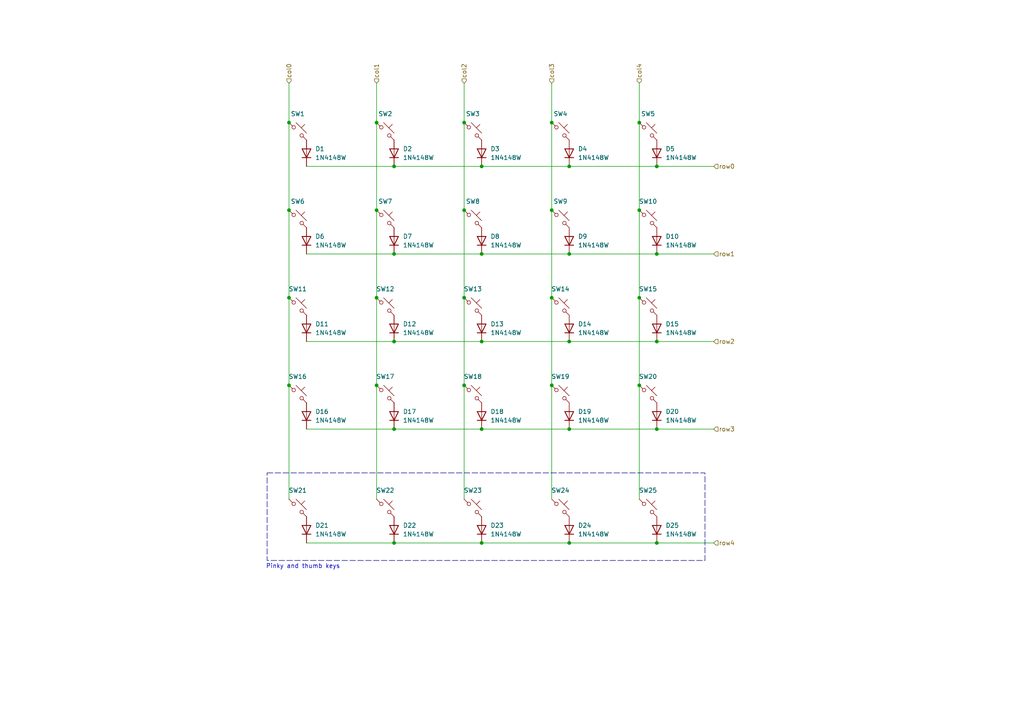
<source format=kicad_sch>
(kicad_sch (version 20231120) (generator "eeschema") (generator_version "8.0")
  (paper "A4")
  (title_block (title "Key matrix") (date "2024-11-18") (rev "v0.99") (company "Robo productions"))
  (lib_symbols
    (symbol "Diode:1N4148W" (pin_numbers hide) (pin_names hide)
      (property "Reference" "D" (at 0 2.54 0))
      (property "Value" "1N4148W" (at 0 -2.54 0))
      (symbol "1N4148W_0_1"
        (polyline (pts (xy -1.27 1.27) (xy -1.27 -1.27)) (stroke (width 0.254)))
        (polyline (pts (xy 1.27 0) (xy -1.27 0)))
        (polyline (pts (xy 1.27 1.27) (xy 1.27 -1.27) (xy -1.27 0) (xy 1.27 1.27)) (stroke (width 0.254)))
      )
      (symbol "1N4148W_1_1"
        (pin passive line (at -3.81 0 0) (length 2.54) (name "K") (number "1"))
        (pin passive line (at 3.81 0 180) (length 2.54) (name "A") (number "2"))
      )
    )
    (symbol "Switch:SW_Push_45deg" (pin_numbers hide) (pin_names (offset 1.016) hide)
      (property "Reference" "SW" (at 3.048 1.016 0))
      (property "Value" "SW_Push_45deg" (at 0 -3.81 0))
      (symbol "SW_Push_45deg_0_1"
        (circle (center -1.1684 1.1684) (radius 0.508))
        (polyline (pts (xy -0.508 2.54) (xy 2.54 -0.508)))
        (polyline (pts (xy 1.016 1.016) (xy 2.032 2.032)))
        (polyline (pts (xy -2.54 2.54) (xy -1.524 1.524) (xy -1.524 1.524)))
        (polyline (pts (xy 1.524 -1.524) (xy 2.54 -2.54) (xy 2.54 -2.54) (xy 2.54 -2.54)))
        (circle (center 1.143 -1.1938) (radius 0.508))
        (pin passive line (at -2.54 2.54 0) (length 0) (name "1") (number "1"))
        (pin passive line (at 2.54 -2.54 180) (length 0) (name "2") (number "2"))
      )
    )
  )
  (junction (at 165.1 124.46))
  (junction (at 139.7 48.26))
  (junction (at 109.22 111.76))
  (junction (at 160.02 86.36))
  (junction (at 139.7 157.48))
  (junction (at 190.5 99.06))
  (junction (at 134.62 86.36))
  (junction (at 114.3 48.26))
  (junction (at 134.62 111.76))
  (junction (at 134.62 35.56))
  (junction (at 114.3 124.46))
  (junction (at 165.1 99.06))
  (junction (at 190.5 48.26))
  (junction (at 114.3 157.48))
  (junction (at 190.5 124.46))
  (junction (at 83.82 86.36))
  (junction (at 160.02 111.76))
  (junction (at 190.5 73.66))
  (junction (at 185.42 86.36))
  (junction (at 165.1 48.26))
  (junction (at 139.7 99.06))
  (junction (at 109.22 35.56))
  (junction (at 185.42 35.56))
  (junction (at 114.3 73.66))
  (junction (at 83.82 35.56))
  (junction (at 114.3 99.06))
  (junction (at 83.82 111.76))
  (junction (at 165.1 73.66))
  (junction (at 160.02 35.56))
  (junction (at 83.82 60.96))
  (junction (at 134.62 60.96))
  (junction (at 165.1 157.48))
  (junction (at 109.22 86.36))
  (junction (at 139.7 124.46))
  (junction (at 139.7 73.66))
  (junction (at 160.02 60.96))
  (junction (at 185.42 60.96))
  (junction (at 190.5 157.48))
  (junction (at 109.22 60.96))
  (junction (at 185.42 111.76))
  (wire (pts (xy 134.62 35.56) (xy 134.62 60.96)))
  (wire (pts (xy 160.02 60.96) (xy 160.02 86.36)))
  (wire (pts (xy 190.5 73.66) (xy 207.01 73.66)))
  (wire (pts (xy 139.7 124.46) (xy 165.1 124.46)))
  (wire (pts (xy 185.42 111.76) (xy 185.42 144.78)))
  (wire (pts (xy 83.82 24.13) (xy 83.82 35.56)))
  (wire (pts (xy 190.5 48.26) (xy 207.01 48.26)))
  (wire (pts (xy 114.3 73.66) (xy 139.7 73.66)))
  (wire (pts (xy 109.22 60.96) (xy 109.22 86.36)))
  (wire (pts (xy 185.42 35.56) (xy 185.42 60.96)))
  (wire (pts (xy 134.62 111.76) (xy 134.62 144.78)))
  (wire (pts (xy 114.3 124.46) (xy 139.7 124.46)))
  (wire (pts (xy 160.02 111.76) (xy 160.02 144.78)))
  (wire (pts (xy 165.1 48.26) (xy 190.5 48.26)))
  (wire (pts (xy 185.42 60.96) (xy 185.42 86.36)))
  (wire (pts (xy 83.82 111.76) (xy 83.82 144.78)))
  (wire (pts (xy 134.62 60.96) (xy 134.62 86.36)))
  (wire (pts (xy 88.9 48.26) (xy 114.3 48.26)))
  (wire (pts (xy 109.22 111.76) (xy 109.22 144.78)))
  (wire (pts (xy 83.82 35.56) (xy 83.82 60.96)))
  (wire (pts (xy 114.3 157.48) (xy 139.7 157.48)))
  (wire (pts (xy 88.9 73.66) (xy 114.3 73.66)))
  (wire (pts (xy 139.7 73.66) (xy 165.1 73.66)))
  (wire (pts (xy 190.5 157.48) (xy 207.01 157.48)))
  (wire (pts (xy 83.82 86.36) (xy 83.82 111.76)))
  (wire (pts (xy 114.3 99.06) (xy 139.7 99.06)))
  (wire (pts (xy 134.62 86.36) (xy 134.62 111.76)))
  (wire (pts (xy 139.7 48.26) (xy 165.1 48.26)))
  (wire (pts (xy 190.5 99.06) (xy 207.01 99.06)))
  (wire (pts (xy 160.02 86.36) (xy 160.02 111.76)))
  (wire (pts (xy 190.5 124.46) (xy 207.01 124.46)))
  (wire (pts (xy 83.82 60.96) (xy 83.82 86.36)))
  (wire (pts (xy 165.1 99.06) (xy 190.5 99.06)))
  (wire (pts (xy 139.7 99.06) (xy 165.1 99.06)))
  (wire (pts (xy 185.42 86.36) (xy 185.42 111.76)))
  (wire (pts (xy 88.9 124.46) (xy 114.3 124.46)))
  (wire (pts (xy 109.22 86.36) (xy 109.22 111.76)))
  (wire (pts (xy 160.02 24.13) (xy 160.02 35.56)))
  (wire (pts (xy 134.62 24.13) (xy 134.62 35.56)))
  (wire (pts (xy 165.1 157.48) (xy 190.5 157.48)))
  (wire (pts (xy 160.02 35.56) (xy 160.02 60.96)))
  (wire (pts (xy 139.7 157.48) (xy 165.1 157.48)))
  (wire (pts (xy 109.22 35.56) (xy 109.22 60.96)))
  (wire (pts (xy 165.1 73.66) (xy 190.5 73.66)))
  (wire (pts (xy 165.1 124.46) (xy 190.5 124.46)))
  (wire (pts (xy 88.9 99.06) (xy 114.3 99.06)))
  (wire (pts (xy 114.3 48.26) (xy 139.7 48.26)))
  (wire (pts (xy 185.42 24.13) (xy 185.42 35.56)))
  (wire (pts (xy 109.22 24.13) (xy 109.22 35.56)))
  (wire (pts (xy 88.9 157.48) (xy 114.3 157.48)))
  (rectangle (start 77.47 137.16) (end 204.47 162.56) (stroke (width 0) (type dash) (color 0 0 132 1)))
  (text "Pinky and thumb keys" (at 87.884 164.338 0) (effects (font (size 1.27 1.27))))
  (hierarchical_label "col1" (shape input) (at 109.22 24.13 90))
  (hierarchical_label "row3" (shape input) (at 207.01 124.46 0))
  (hierarchical_label "row2" (shape input) (at 207.01 99.06 0))
  (hierarchical_label "row4" (shape input) (at 207.01 157.48 0))
  (hierarchical_label "row1" (shape input) (at 207.01 73.66 0))
  (hierarchical_label "col4" (shape input) (at 185.42 24.13 90))
  (hierarchical_label "col3" (shape input) (at 160.02 24.13 90))
  (hierarchical_label "col2" (shape input) (at 134.62 24.13 90))
  (hierarchical_label "col0" (shape input) (at 83.82 24.13 90))
  (hierarchical_label "row0" (shape input) (at 207.01 48.26 0))
  (symbol (lib_id "Switch:SW_Push_45deg") (at 111.76 88.9 0) (unit 1)
    (property "Reference" "SW12" (at 111.76 83.82 0))
    (property "Value" "SW_Push_45deg" (effects (hide yes)))
    (property "Footprint" "Stellarlib:Kailh_socket_PG1350" (effects (hide yes)))
    (property "Description" "Push button switch, normally open, two pins, 45° tilted" (effects (hide yes)))
  )
  (symbol (lib_id "Diode:1N4148W") (at 88.9 95.25 90) (unit 1)
    (property "Reference" "D11" (at 91.44 93.9799 90) (effects (justify right)))
    (property "Value" "1N4148W" (at 91.44 96.5199 90) (effects (justify right)))
    (property "Footprint" "Diode_SMD:D_SOD-123" (effects (hide yes)))
    (property "Datasheet" "https://www.vishay.com/docs/85748/1n4148w.pdf" (effects (hide yes)))
    (property "Description" "75V 0.15A Fast Switching Diode, SOD-123" (effects (hide yes)))
    (property "Sim.Device" "D" (effects (hide yes)))
    (property "Sim.Pins" "1=K 2=A" (effects (hide yes)))
  )
  (symbol (lib_id "Switch:SW_Push_45deg") (at 187.96 38.1 0) (unit 1)
    (property "Reference" "SW5" (at 187.96 33.02 0))
    (property "Value" "SW_Push_45deg" (effects (hide yes)))
    (property "Footprint" "Stellarlib:Kailh_socket_PG1350" (effects (hide yes)))
    (property "Description" "Push button switch, normally open, two pins, 45° tilted" (effects (hide yes)))
  )
  (symbol (lib_id "Switch:SW_Push_45deg") (at 187.96 63.5 0) (unit 1)
    (property "Reference" "SW10" (at 187.96 58.42 0))
    (property "Value" "SW_Push_45deg" (effects (hide yes)))
    (property "Footprint" "Stellarlib:Kailh_socket_PG1350" (effects (hide yes)))
    (property "Description" "Push button switch, normally open, two pins, 45° tilted" (effects (hide yes)))
  )
  (symbol (lib_id "Switch:SW_Push_45deg") (at 137.16 88.9 0) (unit 1)
    (property "Reference" "SW13" (at 137.16 83.82 0))
    (property "Value" "SW_Push_45deg" (effects (hide yes)))
    (property "Footprint" "Stellarlib:Kailh_socket_PG1350" (effects (hide yes)))
    (property "Description" "Push button switch, normally open, two pins, 45° tilted" (effects (hide yes)))
  )
  (symbol (lib_id "Switch:SW_Push_45deg") (at 162.56 63.5 0) (unit 1)
    (property "Reference" "SW9" (at 162.56 58.42 0))
    (property "Value" "SW_Push_45deg" (effects (hide yes)))
    (property "Footprint" "Stellarlib:Kailh_socket_PG1350" (effects (hide yes)))
    (property "Description" "Push button switch, normally open, two pins, 45° tilted" (effects (hide yes)))
  )
  (symbol (lib_id "Diode:1N4148W") (at 114.3 95.25 90) (unit 1)
    (property "Reference" "D12" (at 116.84 93.9799 90) (effects (justify right)))
    (property "Value" "1N4148W" (at 116.84 96.5199 90) (effects (justify right)))
    (property "Footprint" "Diode_SMD:D_SOD-123" (effects (hide yes)))
    (property "Datasheet" "https://www.vishay.com/docs/85748/1n4148w.pdf" (effects (hide yes)))
    (property "Description" "75V 0.15A Fast Switching Diode, SOD-123" (effects (hide yes)))
    (property "Sim.Device" "D" (effects (hide yes)))
    (property "Sim.Pins" "1=K 2=A" (effects (hide yes)))
  )
  (symbol (lib_id "Switch:SW_Push_45deg") (at 111.76 38.1 0) (unit 1)
    (property "Reference" "SW2" (at 111.76 33.02 0))
    (property "Value" "SW_Push_45deg" (effects (hide yes)))
    (property "Footprint" "Stellarlib:Kailh_socket_PG1350" (effects (hide yes)))
    (property "Description" "Push button switch, normally open, two pins, 45° tilted" (effects (hide yes)))
  )
  (symbol (lib_id "Diode:1N4148W") (at 139.7 69.85 90) (unit 1)
    (property "Reference" "D8" (at 142.24 68.5799 90) (effects (justify right)))
    (property "Value" "1N4148W" (at 142.24 71.1199 90) (effects (justify right)))
    (property "Footprint" "Diode_SMD:D_SOD-123" (effects (hide yes)))
    (property "Datasheet" "https://www.vishay.com/docs/85748/1n4148w.pdf" (effects (hide yes)))
    (property "Description" "75V 0.15A Fast Switching Diode, SOD-123" (effects (hide yes)))
    (property "Sim.Device" "D" (effects (hide yes)))
    (property "Sim.Pins" "1=K 2=A" (effects (hide yes)))
  )
  (symbol (lib_id "Switch:SW_Push_45deg") (at 162.56 114.3 0) (unit 1)
    (property "Reference" "SW19" (at 162.56 109.22 0))
    (property "Value" "SW_Push_45deg" (effects (hide yes)))
    (property "Footprint" "Stellarlib:Kailh_socket_PG1350" (effects (hide yes)))
    (property "Description" "Push button switch, normally open, two pins, 45° tilted" (effects (hide yes)))
  )
  (symbol (lib_id "Diode:1N4148W") (at 139.7 153.67 90) (unit 1)
    (property "Reference" "D23" (at 142.24 152.3999 90) (effects (justify right)))
    (property "Value" "1N4148W" (at 142.24 154.9399 90) (effects (justify right)))
    (property "Footprint" "Diode_SMD:D_SOD-123" (effects (hide yes)))
    (property "Datasheet" "https://www.vishay.com/docs/85748/1n4148w.pdf" (effects (hide yes)))
    (property "Description" "75V 0.15A Fast Switching Diode, SOD-123" (effects (hide yes)))
    (property "Sim.Device" "D" (effects (hide yes)))
    (property "Sim.Pins" "1=K 2=A" (effects (hide yes)))
  )
  (symbol (lib_id "Switch:SW_Push_45deg") (at 86.36 88.9 0) (unit 1)
    (property "Reference" "SW11" (at 86.36 83.82 0))
    (property "Value" "SW_Push_45deg" (effects (hide yes)))
    (property "Footprint" "Stellarlib:Kailh_socket_PG1350" (effects (hide yes)))
    (property "Description" "Push button switch, normally open, two pins, 45° tilted" (effects (hide yes)))
  )
  (symbol (lib_id "Switch:SW_Push_45deg") (at 187.96 114.3 0) (unit 1)
    (property "Reference" "SW20" (at 187.96 109.22 0))
    (property "Value" "SW_Push_45deg" (effects (hide yes)))
    (property "Footprint" "Stellarlib:Kailh_socket_PG1350" (effects (hide yes)))
    (property "Description" "Push button switch, normally open, two pins, 45° tilted" (effects (hide yes)))
  )
  (symbol (lib_id "Diode:1N4148W") (at 165.1 153.67 90) (unit 1)
    (property "Reference" "D24" (at 167.64 152.3999 90) (effects (justify right)))
    (property "Value" "1N4148W" (at 167.64 154.9399 90) (effects (justify right)))
    (property "Footprint" "Diode_SMD:D_SOD-123" (effects (hide yes)))
    (property "Datasheet" "https://www.vishay.com/docs/85748/1n4148w.pdf" (effects (hide yes)))
    (property "Description" "75V 0.15A Fast Switching Diode, SOD-123" (effects (hide yes)))
    (property "Sim.Device" "D" (effects (hide yes)))
    (property "Sim.Pins" "1=K 2=A" (effects (hide yes)))
  )
  (symbol (lib_id "Diode:1N4148W") (at 190.5 120.65 90) (unit 1)
    (property "Reference" "D20" (at 193.04 119.3799 90) (effects (justify right)))
    (property "Value" "1N4148W" (at 193.04 121.9199 90) (effects (justify right)))
    (property "Footprint" "Diode_SMD:D_SOD-123" (effects (hide yes)))
    (property "Datasheet" "https://www.vishay.com/docs/85748/1n4148w.pdf" (effects (hide yes)))
    (property "Description" "75V 0.15A Fast Switching Diode, SOD-123" (effects (hide yes)))
    (property "Sim.Device" "D" (effects (hide yes)))
    (property "Sim.Pins" "1=K 2=A" (effects (hide yes)))
  )
  (symbol (lib_id "Switch:SW_Push_45deg") (at 137.16 147.32 0) (unit 1)
    (property "Reference" "SW23" (at 137.16 142.24 0))
    (property "Value" "SW_Push_45deg" (effects (hide yes)))
    (property "Footprint" "Stellarlib:Kailh_socket_PG1350" (effects (hide yes)))
    (property "Description" "Push button switch, normally open, two pins, 45° tilted" (effects (hide yes)))
  )
  (symbol (lib_id "Switch:SW_Push_45deg") (at 137.16 38.1 0) (unit 1)
    (property "Reference" "SW3" (at 137.16 33.02 0))
    (property "Value" "SW_Push_45deg" (effects (hide yes)))
    (property "Footprint" "Stellarlib:Kailh_socket_PG1350" (effects (hide yes)))
    (property "Description" "Push button switch, normally open, two pins, 45° tilted" (effects (hide yes)))
  )
  (symbol (lib_id "Diode:1N4148W") (at 139.7 120.65 90) (unit 1)
    (property "Reference" "D18" (at 142.24 119.3799 90) (effects (justify right)))
    (property "Value" "1N4148W" (at 142.24 121.9199 90) (effects (justify right)))
    (property "Footprint" "Diode_SMD:D_SOD-123" (effects (hide yes)))
    (property "Datasheet" "https://www.vishay.com/docs/85748/1n4148w.pdf" (effects (hide yes)))
    (property "Description" "75V 0.15A Fast Switching Diode, SOD-123" (effects (hide yes)))
    (property "Sim.Device" "D" (effects (hide yes)))
    (property "Sim.Pins" "1=K 2=A" (effects (hide yes)))
  )
  (symbol (lib_id "Switch:SW_Push_45deg") (at 111.76 63.5 0) (unit 1)
    (property "Reference" "SW7" (at 111.76 58.42 0))
    (property "Value" "SW_Push_45deg" (effects (hide yes)))
    (property "Footprint" "Stellarlib:Kailh_socket_PG1350" (effects (hide yes)))
    (property "Description" "Push button switch, normally open, two pins, 45° tilted" (effects (hide yes)))
  )
  (symbol (lib_id "Switch:SW_Push_45deg") (at 162.56 88.9 0) (unit 1)
    (property "Reference" "SW14" (at 162.56 83.82 0))
    (property "Value" "SW_Push_45deg" (effects (hide yes)))
    (property "Footprint" "Stellarlib:Kailh_socket_PG1350" (effects (hide yes)))
    (property "Description" "Push button switch, normally open, two pins, 45° tilted" (effects (hide yes)))
  )
  (symbol (lib_id "Diode:1N4148W") (at 88.9 44.45 90) (unit 1)
    (property "Reference" "D1" (at 91.44 43.1799 90) (effects (justify right)))
    (property "Value" "1N4148W" (at 91.44 45.7199 90) (effects (justify right)))
    (property "Footprint" "Diode_SMD:D_SOD-123" (effects (hide yes)))
    (property "Datasheet" "https://www.vishay.com/docs/85748/1n4148w.pdf" (effects (hide yes)))
    (property "Description" "75V 0.15A Fast Switching Diode, SOD-123" (effects (hide yes)))
    (property "Sim.Device" "D" (effects (hide yes)))
    (property "Sim.Pins" "1=K 2=A" (effects (hide yes)))
  )
  (symbol (lib_id "Diode:1N4148W") (at 190.5 44.45 90) (unit 1)
    (property "Reference" "D5" (at 193.04 43.1799 90) (effects (justify right)))
    (property "Value" "1N4148W" (at 193.04 45.7199 90) (effects (justify right)))
    (property "Footprint" "Diode_SMD:D_SOD-123" (effects (hide yes)))
    (property "Datasheet" "https://www.vishay.com/docs/85748/1n4148w.pdf" (effects (hide yes)))
    (property "Description" "75V 0.15A Fast Switching Diode, SOD-123" (effects (hide yes)))
    (property "Sim.Device" "D" (effects (hide yes)))
    (property "Sim.Pins" "1=K 2=A" (effects (hide yes)))
  )
  (symbol (lib_id "Diode:1N4148W") (at 88.9 153.67 90) (unit 1)
    (property "Reference" "D21" (at 91.44 152.3999 90) (effects (justify right)))
    (property "Value" "1N4148W" (at 91.44 154.9399 90) (effects (justify right)))
    (property "Footprint" "Diode_SMD:D_SOD-123" (effects (hide yes)))
    (property "Datasheet" "https://www.vishay.com/docs/85748/1n4148w.pdf" (effects (hide yes)))
    (property "Description" "75V 0.15A Fast Switching Diode, SOD-123" (effects (hide yes)))
    (property "Sim.Device" "D" (effects (hide yes)))
    (property "Sim.Pins" "1=K 2=A" (effects (hide yes)))
  )
  (symbol (lib_id "Switch:SW_Push_45deg") (at 86.36 63.5 0) (unit 1)
    (property "Reference" "SW6" (at 86.36 58.42 0))
    (property "Value" "SW_Push_45deg" (effects (hide yes)))
    (property "Footprint" "Stellarlib:Kailh_socket_PG1350" (effects (hide yes)))
    (property "Description" "Push button switch, normally open, two pins, 45° tilted" (effects (hide yes)))
  )
  (symbol (lib_id "Diode:1N4148W") (at 190.5 153.67 90) (unit 1)
    (property "Reference" "D25" (at 193.04 152.3999 90) (effects (justify right)))
    (property "Value" "1N4148W" (at 193.04 154.9399 90) (effects (justify right)))
    (property "Footprint" "Diode_SMD:D_SOD-123" (effects (hide yes)))
    (property "Datasheet" "https://www.vishay.com/docs/85748/1n4148w.pdf" (effects (hide yes)))
    (property "Description" "75V 0.15A Fast Switching Diode, SOD-123" (effects (hide yes)))
    (property "Sim.Device" "D" (effects (hide yes)))
    (property "Sim.Pins" "1=K 2=A" (effects (hide yes)))
  )
  (symbol (lib_id "Switch:SW_Push_45deg") (at 137.16 114.3 0) (unit 1)
    (property "Reference" "SW18" (at 137.16 109.22 0))
    (property "Value" "SW_Push_45deg" (effects (hide yes)))
    (property "Footprint" "Stellarlib:Kailh_socket_PG1350" (effects (hide yes)))
    (property "Description" "Push button switch, normally open, two pins, 45° tilted" (effects (hide yes)))
  )
  (symbol (lib_id "Diode:1N4148W") (at 139.7 44.45 90) (unit 1)
    (property "Reference" "D3" (at 142.24 43.1799 90) (effects (justify right)))
    (property "Value" "1N4148W" (at 142.24 45.7199 90) (effects (justify right)))
    (property "Footprint" "Diode_SMD:D_SOD-123" (effects (hide yes)))
    (property "Datasheet" "https://www.vishay.com/docs/85748/1n4148w.pdf" (effects (hide yes)))
    (property "Description" "75V 0.15A Fast Switching Diode, SOD-123" (effects (hide yes)))
    (property "Sim.Device" "D" (effects (hide yes)))
    (property "Sim.Pins" "1=K 2=A" (effects (hide yes)))
  )
  (symbol (lib_id "Diode:1N4148W") (at 114.3 69.85 90) (unit 1)
    (property "Reference" "D7" (at 116.84 68.5799 90) (effects (justify right)))
    (property "Value" "1N4148W" (at 116.84 71.1199 90) (effects (justify right)))
    (property "Footprint" "Diode_SMD:D_SOD-123" (effects (hide yes)))
    (property "Datasheet" "https://www.vishay.com/docs/85748/1n4148w.pdf" (effects (hide yes)))
    (property "Description" "75V 0.15A Fast Switching Diode, SOD-123" (effects (hide yes)))
    (property "Sim.Device" "D" (effects (hide yes)))
    (property "Sim.Pins" "1=K 2=A" (effects (hide yes)))
  )
  (symbol (lib_id "Switch:SW_Push_45deg") (at 162.56 147.32 0) (unit 1)
    (property "Reference" "SW24" (at 162.56 142.24 0))
    (property "Value" "SW_Push_45deg" (effects (hide yes)))
    (property "Footprint" "Stellarlib:Kailh_socket_PG1350" (effects (hide yes)))
    (property "Description" "Push button switch, normally open, two pins, 45° tilted" (effects (hide yes)))
  )
  (symbol (lib_id "Switch:SW_Push_45deg") (at 86.36 38.1 0) (unit 1)
    (property "Reference" "SW1" (at 86.36 33.02 0))
    (property "Value" "SW_Push_45deg" (effects (hide yes)))
    (property "Footprint" "Stellarlib:Kailh_socket_PG1350" (effects (hide yes)))
    (property "Description" "Push button switch, normally open, two pins, 45° tilted" (effects (hide yes)))
  )
  (symbol (lib_id "Diode:1N4148W") (at 88.9 120.65 90) (unit 1)
    (property "Reference" "D16" (at 91.44 119.3799 90) (effects (justify right)))
    (property "Value" "1N4148W" (at 91.44 121.9199 90) (effects (justify right)))
    (property "Footprint" "Diode_SMD:D_SOD-123" (effects (hide yes)))
    (property "Datasheet" "https://www.vishay.com/docs/85748/1n4148w.pdf" (effects (hide yes)))
    (property "Description" "75V 0.15A Fast Switching Diode, SOD-123" (effects (hide yes)))
    (property "Sim.Device" "D" (effects (hide yes)))
    (property "Sim.Pins" "1=K 2=A" (effects (hide yes)))
  )
  (symbol (lib_id "Diode:1N4148W") (at 139.7 95.25 90) (unit 1)
    (property "Reference" "D13" (at 142.24 93.9799 90) (effects (justify right)))
    (property "Value" "1N4148W" (at 142.24 96.5199 90) (effects (justify right)))
    (property "Footprint" "Diode_SMD:D_SOD-123" (effects (hide yes)))
    (property "Datasheet" "https://www.vishay.com/docs/85748/1n4148w.pdf" (effects (hide yes)))
    (property "Description" "75V 0.15A Fast Switching Diode, SOD-123" (effects (hide yes)))
    (property "Sim.Device" "D" (effects (hide yes)))
    (property "Sim.Pins" "1=K 2=A" (effects (hide yes)))
  )
  (symbol (lib_id "Switch:SW_Push_45deg") (at 187.96 88.9 0) (unit 1)
    (property "Reference" "SW15" (at 187.96 83.82 0))
    (property "Value" "SW_Push_45deg" (effects (hide yes)))
    (property "Footprint" "Stellarlib:Kailh_socket_PG1350" (effects (hide yes)))
    (property "Description" "Push button switch, normally open, two pins, 45° tilted" (effects (hide yes)))
  )
  (symbol (lib_id "Switch:SW_Push_45deg") (at 137.16 63.5 0) (unit 1)
    (property "Reference" "SW8" (at 137.16 58.42 0))
    (property "Value" "SW_Push_45deg" (effects (hide yes)))
    (property "Footprint" "Stellarlib:Kailh_socket_PG1350" (effects (hide yes)))
    (property "Description" "Push button switch, normally open, two pins, 45° tilted" (effects (hide yes)))
  )
  (symbol (lib_id "Diode:1N4148W") (at 114.3 153.67 90) (unit 1)
    (property "Reference" "D22" (at 116.84 152.3999 90) (effects (justify right)))
    (property "Value" "1N4148W" (at 116.84 154.9399 90) (effects (justify right)))
    (property "Footprint" "Diode_SMD:D_SOD-123" (effects (hide yes)))
    (property "Datasheet" "https://www.vishay.com/docs/85748/1n4148w.pdf" (effects (hide yes)))
    (property "Description" "75V 0.15A Fast Switching Diode, SOD-123" (effects (hide yes)))
    (property "Sim.Device" "D" (effects (hide yes)))
    (property "Sim.Pins" "1=K 2=A" (effects (hide yes)))
  )
  (symbol (lib_id "Diode:1N4148W") (at 190.5 69.85 90) (unit 1)
    (property "Reference" "D10" (at 193.04 68.5799 90) (effects (justify right)))
    (property "Value" "1N4148W" (at 193.04 71.1199 90) (effects (justify right)))
    (property "Footprint" "Diode_SMD:D_SOD-123" (effects (hide yes)))
    (property "Datasheet" "https://www.vishay.com/docs/85748/1n4148w.pdf" (effects (hide yes)))
    (property "Description" "75V 0.15A Fast Switching Diode, SOD-123" (effects (hide yes)))
    (property "Sim.Device" "D" (effects (hide yes)))
    (property "Sim.Pins" "1=K 2=A" (effects (hide yes)))
  )
  (symbol (lib_id "Switch:SW_Push_45deg") (at 162.56 38.1 0) (unit 1)
    (property "Reference" "SW4" (at 162.56 33.02 0))
    (property "Value" "SW_Push_45deg" (effects (hide yes)))
    (property "Footprint" "Stellarlib:Kailh_socket_PG1350" (effects (hide yes)))
    (property "Description" "Push button switch, normally open, two pins, 45° tilted" (effects (hide yes)))
  )
  (symbol (lib_id "Diode:1N4148W") (at 114.3 120.65 90) (unit 1)
    (property "Reference" "D17" (at 116.84 119.3799 90) (effects (justify right)))
    (property "Value" "1N4148W" (at 116.84 121.9199 90) (effects (justify right)))
    (property "Footprint" "Diode_SMD:D_SOD-123" (effects (hide yes)))
    (property "Datasheet" "https://www.vishay.com/docs/85748/1n4148w.pdf" (effects (hide yes)))
    (property "Description" "75V 0.15A Fast Switching Diode, SOD-123" (effects (hide yes)))
    (property "Sim.Device" "D" (effects (hide yes)))
    (property "Sim.Pins" "1=K 2=A" (effects (hide yes)))
  )
  (symbol (lib_id "Diode:1N4148W") (at 190.5 95.25 90) (unit 1)
    (property "Reference" "D15" (at 193.04 93.9799 90) (effects (justify right)))
    (property "Value" "1N4148W" (at 193.04 96.5199 90) (effects (justify right)))
    (property "Footprint" "Diode_SMD:D_SOD-123" (effects (hide yes)))
    (property "Datasheet" "https://www.vishay.com/docs/85748/1n4148w.pdf" (effects (hide yes)))
    (property "Description" "75V 0.15A Fast Switching Diode, SOD-123" (effects (hide yes)))
    (property "Sim.Device" "D" (effects (hide yes)))
    (property "Sim.Pins" "1=K 2=A" (effects (hide yes)))
  )
  (symbol (lib_id "Diode:1N4148W") (at 165.1 120.65 90) (unit 1)
    (property "Reference" "D19" (at 167.64 119.3799 90) (effects (justify right)))
    (property "Value" "1N4148W" (at 167.64 121.9199 90) (effects (justify right)))
    (property "Footprint" "Diode_SMD:D_SOD-123" (effects (hide yes)))
    (property "Datasheet" "https://www.vishay.com/docs/85748/1n4148w.pdf" (effects (hide yes)))
    (property "Description" "75V 0.15A Fast Switching Diode, SOD-123" (effects (hide yes)))
    (property "Sim.Device" "D" (effects (hide yes)))
    (property "Sim.Pins" "1=K 2=A" (effects (hide yes)))
  )
  (symbol (lib_id "Switch:SW_Push_45deg") (at 86.36 114.3 0) (unit 1)
    (property "Reference" "SW16" (at 86.36 109.22 0))
    (property "Value" "SW_Push_45deg" (effects (hide yes)))
    (property "Footprint" "Stellarlib:Kailh_socket_PG1350" (effects (hide yes)))
    (property "Description" "Push button switch, normally open, two pins, 45° tilted" (effects (hide yes)))
  )
  (symbol (lib_id "Switch:SW_Push_45deg") (at 111.76 147.32 0) (unit 1)
    (property "Reference" "SW22" (at 111.76 142.24 0))
    (property "Value" "SW_Push_45deg" (effects (hide yes)))
    (property "Footprint" "Stellarlib:Kailh_socket_PG1350" (effects (hide yes)))
    (property "Description" "Push button switch, normally open, two pins, 45° tilted" (effects (hide yes)))
  )
  (symbol (lib_id "Diode:1N4148W") (at 165.1 44.45 90) (unit 1)
    (property "Reference" "D4" (at 167.64 43.1799 90) (effects (justify right)))
    (property "Value" "1N4148W" (at 167.64 45.7199 90) (effects (justify right)))
    (property "Footprint" "Diode_SMD:D_SOD-123" (effects (hide yes)))
    (property "Datasheet" "https://www.vishay.com/docs/85748/1n4148w.pdf" (effects (hide yes)))
    (property "Description" "75V 0.15A Fast Switching Diode, SOD-123" (effects (hide yes)))
    (property "Sim.Device" "D" (effects (hide yes)))
    (property "Sim.Pins" "1=K 2=A" (effects (hide yes)))
  )
  (symbol (lib_id "Switch:SW_Push_45deg") (at 187.96 147.32 0) (unit 1)
    (property "Reference" "SW25" (at 187.96 142.24 0))
    (property "Value" "SW_Push_45deg" (effects (hide yes)))
    (property "Footprint" "Stellarlib:Kailh_socket_PG1350" (effects (hide yes)))
    (property "Description" "Push button switch, normally open, two pins, 45° tilted" (effects (hide yes)))
  )
  (symbol (lib_id "Diode:1N4148W") (at 165.1 95.25 90) (unit 1)
    (property "Reference" "D14" (at 167.64 93.9799 90) (effects (justify right)))
    (property "Value" "1N4148W" (at 167.64 96.5199 90) (effects (justify right)))
    (property "Footprint" "Diode_SMD:D_SOD-123" (effects (hide yes)))
    (property "Datasheet" "https://www.vishay.com/docs/85748/1n4148w.pdf" (effects (hide yes)))
    (property "Description" "75V 0.15A Fast Switching Diode, SOD-123" (effects (hide yes)))
    (property "Sim.Device" "D" (effects (hide yes)))
    (property "Sim.Pins" "1=K 2=A" (effects (hide yes)))
  )
  (symbol (lib_id "Switch:SW_Push_45deg") (at 111.76 114.3 0) (unit 1)
    (property "Reference" "SW17" (at 111.76 109.22 0))
    (property "Value" "SW_Push_45deg" (effects (hide yes)))
    (property "Footprint" "Stellarlib:Kailh_socket_PG1350" (effects (hide yes)))
    (property "Description" "Push button switch, normally open, two pins, 45° tilted" (effects (hide yes)))
  )
  (symbol (lib_id "Diode:1N4148W") (at 165.1 69.85 90) (unit 1)
    (property "Reference" "D9" (at 167.64 68.5799 90) (effects (justify right)))
    (property "Value" "1N4148W" (at 167.64 71.1199 90) (effects (justify right)))
    (property "Footprint" "Diode_SMD:D_SOD-123" (effects (hide yes)))
    (property "Datasheet" "https://www.vishay.com/docs/85748/1n4148w.pdf" (effects (hide yes)))
    (property "Description" "75V 0.15A Fast Switching Diode, SOD-123" (effects (hide yes)))
    (property "Sim.Device" "D" (effects (hide yes)))
    (property "Sim.Pins" "1=K 2=A" (effects (hide yes)))
  )
  (symbol (lib_id "Switch:SW_Push_45deg") (at 86.36 147.32 0) (unit 1)
    (property "Reference" "SW21" (at 86.36 142.24 0))
    (property "Value" "SW_Push_45deg" (effects (hide yes)))
    (property "Footprint" "Stellarlib:Kailh_socket_PG1350" (effects (hide yes)))
    (property "Description" "Push button switch, normally open, two pins, 45° tilted" (effects (hide yes)))
  )
  (symbol (lib_id "Diode:1N4148W") (at 114.3 44.45 90) (unit 1)
    (property "Reference" "D2" (at 116.84 43.1799 90) (effects (justify right)))
    (property "Value" "1N4148W" (at 116.84 45.7199 90) (effects (justify right)))
    (property "Footprint" "Diode_SMD:D_SOD-123" (effects (hide yes)))
    (property "Datasheet" "https://www.vishay.com/docs/85748/1n4148w.pdf" (effects (hide yes)))
    (property "Description" "75V 0.15A Fast Switching Diode, SOD-123" (effects (hide yes)))
    (property "Sim.Device" "D" (effects (hide yes)))
    (property "Sim.Pins" "1=K 2=A" (effects (hide yes)))
  )
  (symbol (lib_id "Diode:1N4148W") (at 88.9 69.85 90) (unit 1)
    (property "Reference" "D6" (at 91.44 68.5799 90) (effects (justify right)))
    (property "Value" "1N4148W" (at 91.44 71.1199 90) (effects (justify right)))
    (property "Footprint" "Diode_SMD:D_SOD-123" (effects (hide yes)))
    (property "Datasheet" "https://www.vishay.com/docs/85748/1n4148w.pdf" (effects (hide yes)))
    (property "Description" "75V 0.15A Fast Switching Diode, SOD-123" (effects (hide yes)))
    (property "Sim.Device" "D" (effects (hide yes)))
    (property "Sim.Pins" "1=K 2=A" (effects (hide yes)))
  )
)
</source>
